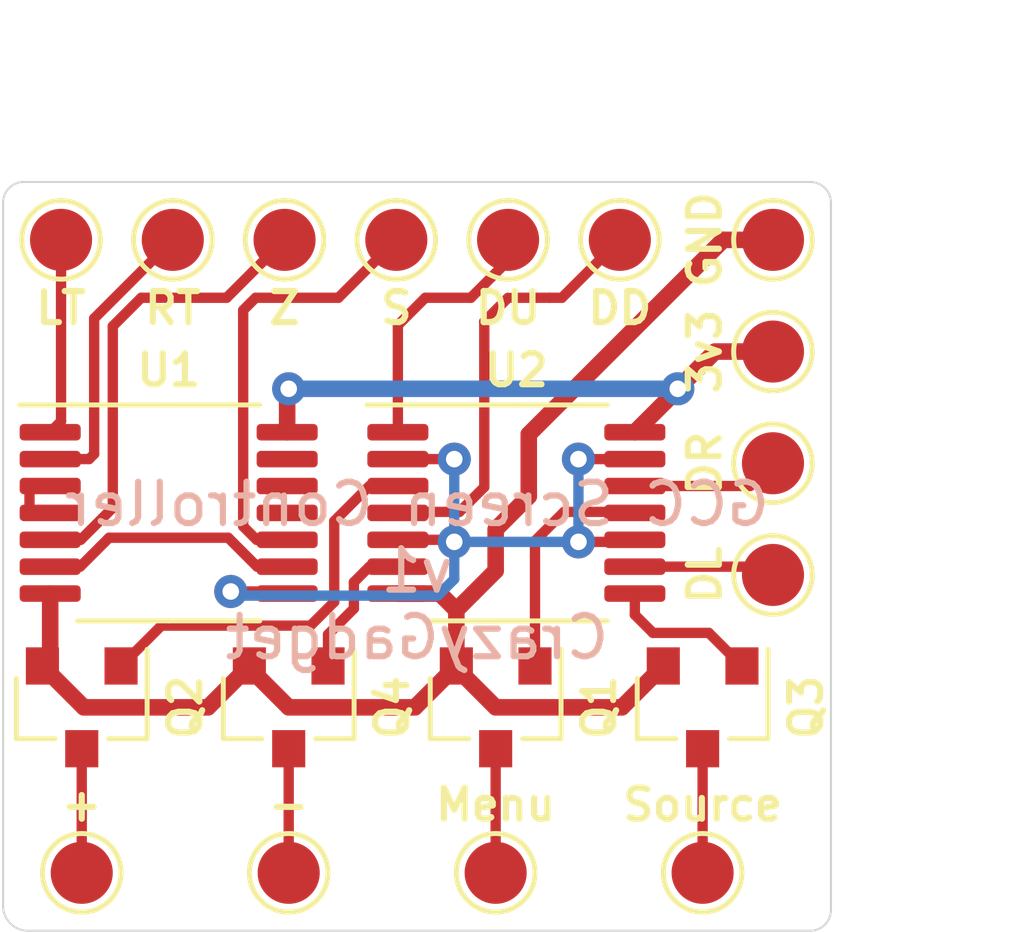
<source format=kicad_pcb>
(kicad_pcb (version 20171130) (host pcbnew "(5.1.6)-1")

  (general
    (thickness 1.6)
    (drawings 11)
    (tracks 119)
    (zones 0)
    (modules 20)
    (nets 25)
  )

  (page A4)
  (layers
    (0 F.Cu signal)
    (31 B.Cu signal)
    (32 B.Adhes user)
    (33 F.Adhes user)
    (34 B.Paste user)
    (35 F.Paste user)
    (36 B.SilkS user)
    (37 F.SilkS user)
    (38 B.Mask user)
    (39 F.Mask user)
    (40 Dwgs.User user)
    (41 Cmts.User user)
    (42 Eco1.User user)
    (43 Eco2.User user)
    (44 Edge.Cuts user)
    (45 Margin user)
    (46 B.CrtYd user)
    (47 F.CrtYd user)
    (48 B.Fab user)
    (49 F.Fab user hide)
  )

  (setup
    (last_trace_width 0.25)
    (trace_clearance 0.2)
    (zone_clearance 0.508)
    (zone_45_only no)
    (trace_min 0)
    (via_size 0.8)
    (via_drill 0.4)
    (via_min_size 0.4)
    (via_min_drill 0.3)
    (uvia_size 0.3)
    (uvia_drill 0.1)
    (uvias_allowed no)
    (uvia_min_size 0.2)
    (uvia_min_drill 0.1)
    (edge_width 0.05)
    (segment_width 0.2)
    (pcb_text_width 0.3)
    (pcb_text_size 1.5 1.5)
    (mod_edge_width 0.12)
    (mod_text_size 1 1)
    (mod_text_width 0.15)
    (pad_size 1.524 1.524)
    (pad_drill 0.762)
    (pad_to_mask_clearance 0.05)
    (aux_axis_origin 0 0)
    (visible_elements 7FFFFFFF)
    (pcbplotparams
      (layerselection 0x010f8_ffffffff)
      (usegerberextensions false)
      (usegerberattributes true)
      (usegerberadvancedattributes true)
      (creategerberjobfile true)
      (excludeedgelayer true)
      (linewidth 0.100000)
      (plotframeref false)
      (viasonmask false)
      (mode 1)
      (useauxorigin false)
      (hpglpennumber 1)
      (hpglpenspeed 20)
      (hpglpendiameter 15.000000)
      (psnegative false)
      (psa4output false)
      (plotreference true)
      (plotvalue true)
      (plotinvisibletext false)
      (padsonsilk false)
      (subtractmaskfromsilk false)
      (outputformat 1)
      (mirror false)
      (drillshape 0)
      (scaleselection 1)
      (outputdirectory "C:/Users/Connor/Documents/KiCAD Projects/Gboy Screen Controller v1/Gerbers/"))
  )

  (net 0 "")
  (net 1 "Net-(Q1-Pad3)")
  (net 2 GND)
  (net 3 /MenuN)
  (net 4 "Net-(Q2-Pad3)")
  (net 5 /+N)
  (net 6 "Net-(Q3-Pad3)")
  (net 7 /SourceN)
  (net 8 "Net-(Q4-Pad3)")
  (net 9 /-N)
  (net 10 /LT)
  (net 11 /RT)
  (net 12 +3V3)
  (net 13 /Z)
  (net 14 /S)
  (net 15 /DU)
  (net 16 /DR)
  (net 17 /DL)
  (net 18 "Net-(U1-Pad13)")
  (net 19 "Net-(U1-Pad12)")
  (net 20 "Net-(U1-Pad11)")
  (net 21 /3A)
  (net 22 /OR_OUT)
  (net 23 /2A)
  (net 24 /DD)

  (net_class Default "This is the default net class."
    (clearance 0.2)
    (trace_width 0.25)
    (via_dia 0.8)
    (via_drill 0.4)
    (uvia_dia 0.3)
    (uvia_drill 0.1)
    (add_net +3V3)
    (add_net /+N)
    (add_net /-N)
    (add_net /2A)
    (add_net /3A)
    (add_net /DD)
    (add_net /DL)
    (add_net /DR)
    (add_net /DU)
    (add_net /LT)
    (add_net /MenuN)
    (add_net /OR_OUT)
    (add_net /RT)
    (add_net /S)
    (add_net /SourceN)
    (add_net /Z)
    (add_net GND)
    (add_net "Net-(Q1-Pad3)")
    (add_net "Net-(Q2-Pad3)")
    (add_net "Net-(Q3-Pad3)")
    (add_net "Net-(Q4-Pad3)")
    (add_net "Net-(U1-Pad11)")
    (add_net "Net-(U1-Pad12)")
    (add_net "Net-(U1-Pad13)")
  )

  (module Package_SO:TSSOP-14_4.4x5mm_P0.65mm (layer F.Cu) (tedit 5E476F32) (tstamp 618CA56B)
    (at 80.8 60.8)
    (descr "TSSOP, 14 Pin (JEDEC MO-153 Var AB-1 https://www.jedec.org/document_search?search_api_views_fulltext=MO-153), generated with kicad-footprint-generator ipc_gullwing_generator.py")
    (tags "TSSOP SO")
    (path /618D3FE1)
    (attr smd)
    (fp_text reference U2 (at 0 -3.45) (layer F.SilkS)
      (effects (font (size 0.75 0.75) (thickness 0.15)))
    )
    (fp_text value SN74HCS7002PWR (at 0 3.45) (layer F.Fab)
      (effects (font (size 1 1) (thickness 0.15)))
    )
    (fp_line (start 3.85 -2.75) (end -3.85 -2.75) (layer F.CrtYd) (width 0.05))
    (fp_line (start 3.85 2.75) (end 3.85 -2.75) (layer F.CrtYd) (width 0.05))
    (fp_line (start -3.85 2.75) (end 3.85 2.75) (layer F.CrtYd) (width 0.05))
    (fp_line (start -3.85 -2.75) (end -3.85 2.75) (layer F.CrtYd) (width 0.05))
    (fp_line (start -2.2 -1.5) (end -1.2 -2.5) (layer F.Fab) (width 0.1))
    (fp_line (start -2.2 2.5) (end -2.2 -1.5) (layer F.Fab) (width 0.1))
    (fp_line (start 2.2 2.5) (end -2.2 2.5) (layer F.Fab) (width 0.1))
    (fp_line (start 2.2 -2.5) (end 2.2 2.5) (layer F.Fab) (width 0.1))
    (fp_line (start -1.2 -2.5) (end 2.2 -2.5) (layer F.Fab) (width 0.1))
    (fp_line (start 0 -2.61) (end -3.6 -2.61) (layer F.SilkS) (width 0.12))
    (fp_line (start 0 -2.61) (end 2.2 -2.61) (layer F.SilkS) (width 0.12))
    (fp_line (start 0 2.61) (end -2.2 2.61) (layer F.SilkS) (width 0.12))
    (fp_line (start 0 2.61) (end 2.2 2.61) (layer F.SilkS) (width 0.12))
    (fp_text user %R (at 0 0) (layer F.Fab)
      (effects (font (size 1 1) (thickness 0.15)))
    )
    (pad 1 smd roundrect (at -2.8625 -1.95) (size 1.475 0.4) (layers F.Cu F.Paste F.Mask) (roundrect_rratio 0.25)
      (net 15 /DU))
    (pad 2 smd roundrect (at -2.8625 -1.3) (size 1.475 0.4) (layers F.Cu F.Paste F.Mask) (roundrect_rratio 0.25)
      (net 22 /OR_OUT))
    (pad 3 smd roundrect (at -2.8625 -0.65) (size 1.475 0.4) (layers F.Cu F.Paste F.Mask) (roundrect_rratio 0.25)
      (net 5 /+N))
    (pad 4 smd roundrect (at -2.8625 0) (size 1.475 0.4) (layers F.Cu F.Paste F.Mask) (roundrect_rratio 0.25)
      (net 24 /DD))
    (pad 5 smd roundrect (at -2.8625 0.65) (size 1.475 0.4) (layers F.Cu F.Paste F.Mask) (roundrect_rratio 0.25)
      (net 22 /OR_OUT))
    (pad 6 smd roundrect (at -2.8625 1.3) (size 1.475 0.4) (layers F.Cu F.Paste F.Mask) (roundrect_rratio 0.25)
      (net 9 /-N))
    (pad 7 smd roundrect (at -2.8625 1.95) (size 1.475 0.4) (layers F.Cu F.Paste F.Mask) (roundrect_rratio 0.25)
      (net 2 GND))
    (pad 8 smd roundrect (at 2.8625 1.95) (size 1.475 0.4) (layers F.Cu F.Paste F.Mask) (roundrect_rratio 0.25)
      (net 7 /SourceN))
    (pad 9 smd roundrect (at 2.8625 1.3) (size 1.475 0.4) (layers F.Cu F.Paste F.Mask) (roundrect_rratio 0.25)
      (net 17 /DL))
    (pad 10 smd roundrect (at 2.8625 0.65) (size 1.475 0.4) (layers F.Cu F.Paste F.Mask) (roundrect_rratio 0.25)
      (net 22 /OR_OUT))
    (pad 11 smd roundrect (at 2.8625 0) (size 1.475 0.4) (layers F.Cu F.Paste F.Mask) (roundrect_rratio 0.25)
      (net 3 /MenuN))
    (pad 12 smd roundrect (at 2.8625 -0.65) (size 1.475 0.4) (layers F.Cu F.Paste F.Mask) (roundrect_rratio 0.25)
      (net 16 /DR))
    (pad 13 smd roundrect (at 2.8625 -1.3) (size 1.475 0.4) (layers F.Cu F.Paste F.Mask) (roundrect_rratio 0.25)
      (net 22 /OR_OUT))
    (pad 14 smd roundrect (at 2.8625 -1.95) (size 1.475 0.4) (layers F.Cu F.Paste F.Mask) (roundrect_rratio 0.25)
      (net 12 +3V3))
    (model ${KISYS3DMOD}/Package_SO.3dshapes/TSSOP-14_4.4x5mm_P0.65mm.wrl
      (at (xyz 0 0 0))
      (scale (xyz 1 1 1))
      (rotate (xyz 0 0 0))
    )
  )

  (module Package_SO:TSSOP-14_4.4x5mm_P0.65mm (layer F.Cu) (tedit 5E476F32) (tstamp 618C965B)
    (at 72.4 60.8)
    (descr "TSSOP, 14 Pin (JEDEC MO-153 Var AB-1 https://www.jedec.org/document_search?search_api_views_fulltext=MO-153), generated with kicad-footprint-generator ipc_gullwing_generator.py")
    (tags "TSSOP SO")
    (path /618D2361)
    (attr smd)
    (fp_text reference U1 (at 0 -3.45) (layer F.SilkS)
      (effects (font (size 0.75 0.75) (thickness 0.15)))
    )
    (fp_text value SN74HCS32PWR (at 0 3.45) (layer F.Fab)
      (effects (font (size 1 1) (thickness 0.15)))
    )
    (fp_line (start 0 2.61) (end 2.2 2.61) (layer F.SilkS) (width 0.12))
    (fp_line (start 0 2.61) (end -2.2 2.61) (layer F.SilkS) (width 0.12))
    (fp_line (start 0 -2.61) (end 2.2 -2.61) (layer F.SilkS) (width 0.12))
    (fp_line (start 0 -2.61) (end -3.6 -2.61) (layer F.SilkS) (width 0.12))
    (fp_line (start -1.2 -2.5) (end 2.2 -2.5) (layer F.Fab) (width 0.1))
    (fp_line (start 2.2 -2.5) (end 2.2 2.5) (layer F.Fab) (width 0.1))
    (fp_line (start 2.2 2.5) (end -2.2 2.5) (layer F.Fab) (width 0.1))
    (fp_line (start -2.2 2.5) (end -2.2 -1.5) (layer F.Fab) (width 0.1))
    (fp_line (start -2.2 -1.5) (end -1.2 -2.5) (layer F.Fab) (width 0.1))
    (fp_line (start -3.85 -2.75) (end -3.85 2.75) (layer F.CrtYd) (width 0.05))
    (fp_line (start -3.85 2.75) (end 3.85 2.75) (layer F.CrtYd) (width 0.05))
    (fp_line (start 3.85 2.75) (end 3.85 -2.75) (layer F.CrtYd) (width 0.05))
    (fp_line (start 3.85 -2.75) (end -3.85 -2.75) (layer F.CrtYd) (width 0.05))
    (fp_text user %R (at 0 0) (layer F.Fab)
      (effects (font (size 1 1) (thickness 0.15)))
    )
    (pad 14 smd roundrect (at 2.8625 -1.95) (size 1.475 0.4) (layers F.Cu F.Paste F.Mask) (roundrect_rratio 0.25)
      (net 12 +3V3))
    (pad 13 smd roundrect (at 2.8625 -1.3) (size 1.475 0.4) (layers F.Cu F.Paste F.Mask) (roundrect_rratio 0.25)
      (net 18 "Net-(U1-Pad13)"))
    (pad 12 smd roundrect (at 2.8625 -0.65) (size 1.475 0.4) (layers F.Cu F.Paste F.Mask) (roundrect_rratio 0.25)
      (net 19 "Net-(U1-Pad12)"))
    (pad 11 smd roundrect (at 2.8625 0) (size 1.475 0.4) (layers F.Cu F.Paste F.Mask) (roundrect_rratio 0.25)
      (net 20 "Net-(U1-Pad11)"))
    (pad 10 smd roundrect (at 2.8625 0.65) (size 1.475 0.4) (layers F.Cu F.Paste F.Mask) (roundrect_rratio 0.25)
      (net 14 /S))
    (pad 9 smd roundrect (at 2.8625 1.3) (size 1.475 0.4) (layers F.Cu F.Paste F.Mask) (roundrect_rratio 0.25)
      (net 21 /3A))
    (pad 8 smd roundrect (at 2.8625 1.95) (size 1.475 0.4) (layers F.Cu F.Paste F.Mask) (roundrect_rratio 0.25)
      (net 22 /OR_OUT))
    (pad 7 smd roundrect (at -2.8625 1.95) (size 1.475 0.4) (layers F.Cu F.Paste F.Mask) (roundrect_rratio 0.25)
      (net 2 GND))
    (pad 6 smd roundrect (at -2.8625 1.3) (size 1.475 0.4) (layers F.Cu F.Paste F.Mask) (roundrect_rratio 0.25)
      (net 21 /3A))
    (pad 5 smd roundrect (at -2.8625 0.65) (size 1.475 0.4) (layers F.Cu F.Paste F.Mask) (roundrect_rratio 0.25)
      (net 13 /Z))
    (pad 4 smd roundrect (at -2.8625 0) (size 1.475 0.4) (layers F.Cu F.Paste F.Mask) (roundrect_rratio 0.25)
      (net 23 /2A))
    (pad 3 smd roundrect (at -2.8625 -0.65) (size 1.475 0.4) (layers F.Cu F.Paste F.Mask) (roundrect_rratio 0.25)
      (net 23 /2A))
    (pad 2 smd roundrect (at -2.8625 -1.3) (size 1.475 0.4) (layers F.Cu F.Paste F.Mask) (roundrect_rratio 0.25)
      (net 11 /RT))
    (pad 1 smd roundrect (at -2.8625 -1.95) (size 1.475 0.4) (layers F.Cu F.Paste F.Mask) (roundrect_rratio 0.25)
      (net 10 /LT))
    (model ${KISYS3DMOD}/Package_SO.3dshapes/TSSOP-14_4.4x5mm_P0.65mm.wrl
      (at (xyz 0 0 0))
      (scale (xyz 1 1 1))
      (rotate (xyz 0 0 0))
    )
  )

  (module TestPoint:TestPoint_Pad_D1.5mm (layer F.Cu) (tedit 5A0F774F) (tstamp 618D7AB6)
    (at 75.3 69.5)
    (descr "SMD pad as test Point, diameter 1.5mm")
    (tags "test point SMD pad")
    (path /618EF0AA)
    (attr virtual)
    (fp_text reference - (at 0 -1.648) (layer F.SilkS)
      (effects (font (size 0.75 0.75) (thickness 0.15)))
    )
    (fp_text value - (at 0 1.75) (layer F.Fab)
      (effects (font (size 1 1) (thickness 0.15)))
    )
    (fp_circle (center 0 0) (end 1.25 0) (layer F.CrtYd) (width 0.05))
    (fp_circle (center 0 0) (end 0 0.95) (layer F.SilkS) (width 0.12))
    (fp_text user %R (at 0 -1.65) (layer F.Fab)
      (effects (font (size 1 1) (thickness 0.15)))
    )
    (pad 1 smd circle (at 0 0) (size 1.5 1.5) (layers F.Cu F.Mask)
      (net 8 "Net-(Q4-Pad3)"))
  )

  (module TestPoint:TestPoint_Pad_D1.5mm (layer F.Cu) (tedit 5A0F774F) (tstamp 618C9633)
    (at 85.3 69.5)
    (descr "SMD pad as test Point, diameter 1.5mm")
    (tags "test point SMD pad")
    (path /618EC97B)
    (attr virtual)
    (fp_text reference Source (at 0 -1.648) (layer F.SilkS)
      (effects (font (size 0.75 0.75) (thickness 0.15)))
    )
    (fp_text value Source (at 0 1.75) (layer F.Fab)
      (effects (font (size 1 1) (thickness 0.15)))
    )
    (fp_circle (center 0 0) (end 1.25 0) (layer F.CrtYd) (width 0.05))
    (fp_circle (center 0 0) (end 0 0.95) (layer F.SilkS) (width 0.12))
    (fp_text user %R (at 0 -1.65) (layer F.Fab)
      (effects (font (size 1 1) (thickness 0.15)))
    )
    (pad 1 smd circle (at 0 0) (size 1.5 1.5) (layers F.Cu F.Mask)
      (net 6 "Net-(Q3-Pad3)"))
  )

  (module TestPoint:TestPoint_Pad_D1.5mm (layer F.Cu) (tedit 5A0F774F) (tstamp 618C962B)
    (at 87 59.6 90)
    (descr "SMD pad as test Point, diameter 1.5mm")
    (tags "test point SMD pad")
    (path /618DE903)
    (attr virtual)
    (fp_text reference DR (at 0 -1.648 90) (layer F.SilkS)
      (effects (font (size 0.75 0.75) (thickness 0.15)))
    )
    (fp_text value DR (at 0 1.75 90) (layer F.Fab)
      (effects (font (size 1 1) (thickness 0.15)))
    )
    (fp_circle (center 0 0) (end 1.25 0) (layer F.CrtYd) (width 0.05))
    (fp_circle (center 0 0) (end 0 0.95) (layer F.SilkS) (width 0.12))
    (fp_text user %R (at 0 -1.65 90) (layer F.Fab)
      (effects (font (size 1 1) (thickness 0.15)))
    )
    (pad 1 smd circle (at 0 0 90) (size 1.5 1.5) (layers F.Cu F.Mask)
      (net 16 /DR))
  )

  (module TestPoint:TestPoint_Pad_D1.5mm (layer F.Cu) (tedit 5A0F774F) (tstamp 618D7AA1)
    (at 70.3 69.5)
    (descr "SMD pad as test Point, diameter 1.5mm")
    (tags "test point SMD pad")
    (path /618EDBE8)
    (attr virtual)
    (fp_text reference + (at 0 -1.648) (layer F.SilkS)
      (effects (font (size 0.75 0.75) (thickness 0.15)))
    )
    (fp_text value + (at 0 1.75) (layer F.Fab)
      (effects (font (size 1 1) (thickness 0.15)))
    )
    (fp_circle (center 0 0) (end 1.25 0) (layer F.CrtYd) (width 0.05))
    (fp_circle (center 0 0) (end 0 0.95) (layer F.SilkS) (width 0.12))
    (fp_text user %R (at 0 -1.65) (layer F.Fab)
      (effects (font (size 1 1) (thickness 0.15)))
    )
    (pad 1 smd circle (at 0 0) (size 1.5 1.5) (layers F.Cu F.Mask)
      (net 4 "Net-(Q2-Pad3)"))
  )

  (module TestPoint:TestPoint_Pad_D1.5mm (layer F.Cu) (tedit 5A0F774F) (tstamp 618C961B)
    (at 80.3 69.5)
    (descr "SMD pad as test Point, diameter 1.5mm")
    (tags "test point SMD pad")
    (path /618DDDB3)
    (attr virtual)
    (fp_text reference Menu (at 0 -1.648) (layer F.SilkS)
      (effects (font (size 0.75 0.75) (thickness 0.15)))
    )
    (fp_text value Menu (at 0 1.75) (layer F.Fab)
      (effects (font (size 1 1) (thickness 0.15)))
    )
    (fp_circle (center 0 0) (end 1.25 0) (layer F.CrtYd) (width 0.05))
    (fp_circle (center 0 0) (end 0 0.95) (layer F.SilkS) (width 0.12))
    (fp_text user %R (at 0 -1.65) (layer F.Fab)
      (effects (font (size 1 1) (thickness 0.15)))
    )
    (pad 1 smd circle (at 0 0) (size 1.5 1.5) (layers F.Cu F.Mask)
      (net 1 "Net-(Q1-Pad3)"))
  )

  (module TestPoint:TestPoint_Pad_D1.5mm (layer F.Cu) (tedit 5A0F774F) (tstamp 618C9613)
    (at 87 62.3 90)
    (descr "SMD pad as test Point, diameter 1.5mm")
    (tags "test point SMD pad")
    (path /618DCEAE)
    (attr virtual)
    (fp_text reference DL (at 0 -1.648 90) (layer F.SilkS)
      (effects (font (size 0.75 0.75) (thickness 0.15)))
    )
    (fp_text value DL (at 0 1.75 90) (layer F.Fab)
      (effects (font (size 1 1) (thickness 0.15)))
    )
    (fp_circle (center 0 0) (end 1.25 0) (layer F.CrtYd) (width 0.05))
    (fp_circle (center 0 0) (end 0 0.95) (layer F.SilkS) (width 0.12))
    (fp_text user %R (at 0 -1.65 90) (layer F.Fab)
      (effects (font (size 1 1) (thickness 0.15)))
    )
    (pad 1 smd circle (at 0 0 90) (size 1.5 1.5) (layers F.Cu F.Mask)
      (net 17 /DL))
  )

  (module TestPoint:TestPoint_Pad_D1.5mm (layer F.Cu) (tedit 5A0F774F) (tstamp 618D7A8C)
    (at 83.3 54.2 180)
    (descr "SMD pad as test Point, diameter 1.5mm")
    (tags "test point SMD pad")
    (path /618DCC4F)
    (attr virtual)
    (fp_text reference DD (at 0 -1.648) (layer F.SilkS)
      (effects (font (size 0.75 0.75) (thickness 0.15)))
    )
    (fp_text value DD (at 0 1.75) (layer F.Fab)
      (effects (font (size 1 1) (thickness 0.15)))
    )
    (fp_circle (center 0 0) (end 1.25 0) (layer F.CrtYd) (width 0.05))
    (fp_circle (center 0 0) (end 0 0.95) (layer F.SilkS) (width 0.12))
    (fp_text user %R (at 0 -1.65) (layer F.Fab)
      (effects (font (size 1 1) (thickness 0.15)))
    )
    (pad 1 smd circle (at 0 0 180) (size 1.5 1.5) (layers F.Cu F.Mask)
      (net 24 /DD))
  )

  (module TestPoint:TestPoint_Pad_D1.5mm (layer F.Cu) (tedit 5A0F774F) (tstamp 618D7A77)
    (at 80.6 54.2 180)
    (descr "SMD pad as test Point, diameter 1.5mm")
    (tags "test point SMD pad")
    (path /618DC8B4)
    (attr virtual)
    (fp_text reference DU (at 0 -1.648) (layer F.SilkS)
      (effects (font (size 0.75 0.75) (thickness 0.15)))
    )
    (fp_text value DU (at 0 1.75) (layer F.Fab)
      (effects (font (size 1 1) (thickness 0.15)))
    )
    (fp_circle (center 0 0) (end 1.25 0) (layer F.CrtYd) (width 0.05))
    (fp_circle (center 0 0) (end 0 0.95) (layer F.SilkS) (width 0.12))
    (fp_text user %R (at 0 -1.65) (layer F.Fab)
      (effects (font (size 1 1) (thickness 0.15)))
    )
    (pad 1 smd circle (at 0 0 180) (size 1.5 1.5) (layers F.Cu F.Mask)
      (net 15 /DU))
  )

  (module TestPoint:TestPoint_Pad_D1.5mm (layer F.Cu) (tedit 5A0F774F) (tstamp 618C95FB)
    (at 77.9 54.2 180)
    (descr "SMD pad as test Point, diameter 1.5mm")
    (tags "test point SMD pad")
    (path /618DC55E)
    (attr virtual)
    (fp_text reference S (at 0 -1.648) (layer F.SilkS)
      (effects (font (size 0.75 0.75) (thickness 0.15)))
    )
    (fp_text value S (at 0 1.75) (layer F.Fab)
      (effects (font (size 1 1) (thickness 0.15)))
    )
    (fp_circle (center 0 0) (end 1.25 0) (layer F.CrtYd) (width 0.05))
    (fp_circle (center 0 0) (end 0 0.95) (layer F.SilkS) (width 0.12))
    (fp_text user %R (at 0 -1.65) (layer F.Fab)
      (effects (font (size 1 1) (thickness 0.15)))
    )
    (pad 1 smd circle (at 0 0 180) (size 1.5 1.5) (layers F.Cu F.Mask)
      (net 14 /S))
  )

  (module TestPoint:TestPoint_Pad_D1.5mm (layer F.Cu) (tedit 5A0F774F) (tstamp 618D93CF)
    (at 87 54.2 90)
    (descr "SMD pad as test Point, diameter 1.5mm")
    (tags "test point SMD pad")
    (path /618E8E70)
    (attr virtual)
    (fp_text reference GND (at 0 -1.648 90) (layer F.SilkS)
      (effects (font (size 0.75 0.75) (thickness 0.15)))
    )
    (fp_text value GND (at 0 1.75 90) (layer F.Fab)
      (effects (font (size 1 1) (thickness 0.15)))
    )
    (fp_circle (center 0 0) (end 1.25 0) (layer F.CrtYd) (width 0.05))
    (fp_circle (center 0 0) (end 0 0.95) (layer F.SilkS) (width 0.12))
    (fp_text user %R (at 0 -1.65 90) (layer F.Fab)
      (effects (font (size 1 1) (thickness 0.15)))
    )
    (pad 1 smd circle (at 0 0 90) (size 1.5 1.5) (layers F.Cu F.Mask)
      (net 2 GND))
  )

  (module TestPoint:TestPoint_Pad_D1.5mm (layer F.Cu) (tedit 5A0F774F) (tstamp 618D7634)
    (at 75.2 54.2 180)
    (descr "SMD pad as test Point, diameter 1.5mm")
    (tags "test point SMD pad")
    (path /618DC29F)
    (attr virtual)
    (fp_text reference Z (at 0 -1.648) (layer F.SilkS)
      (effects (font (size 0.75 0.75) (thickness 0.15)))
    )
    (fp_text value Z (at 0 1.75) (layer F.Fab)
      (effects (font (size 1 1) (thickness 0.15)))
    )
    (fp_circle (center 0 0) (end 1.25 0) (layer F.CrtYd) (width 0.05))
    (fp_circle (center 0 0) (end 0 0.95) (layer F.SilkS) (width 0.12))
    (fp_text user %R (at 0 -1.65) (layer F.Fab)
      (effects (font (size 1 1) (thickness 0.15)))
    )
    (pad 1 smd circle (at 0 0 180) (size 1.5 1.5) (layers F.Cu F.Mask)
      (net 13 /Z))
  )

  (module TestPoint:TestPoint_Pad_D1.5mm (layer F.Cu) (tedit 5A0F774F) (tstamp 618C95E3)
    (at 87 56.9 90)
    (descr "SMD pad as test Point, diameter 1.5mm")
    (tags "test point SMD pad")
    (path /618E8398)
    (attr virtual)
    (fp_text reference 3v3 (at 0 -1.648 90) (layer F.SilkS)
      (effects (font (size 0.75 0.75) (thickness 0.15)))
    )
    (fp_text value 3v3 (at 0 1.75 90) (layer F.Fab)
      (effects (font (size 1 1) (thickness 0.15)))
    )
    (fp_circle (center 0 0) (end 1.25 0) (layer F.CrtYd) (width 0.05))
    (fp_circle (center 0 0) (end 0 0.95) (layer F.SilkS) (width 0.12))
    (fp_text user %R (at 0 -1.65 90) (layer F.Fab)
      (effects (font (size 1 1) (thickness 0.15)))
    )
    (pad 1 smd circle (at 0 0 90) (size 1.5 1.5) (layers F.Cu F.Mask)
      (net 12 +3V3))
  )

  (module TestPoint:TestPoint_Pad_D1.5mm (layer F.Cu) (tedit 5A0F774F) (tstamp 618C95DB)
    (at 72.5 54.2 180)
    (descr "SMD pad as test Point, diameter 1.5mm")
    (tags "test point SMD pad")
    (path /618DBFED)
    (attr virtual)
    (fp_text reference RT (at 0 -1.648) (layer F.SilkS)
      (effects (font (size 0.75 0.75) (thickness 0.15)))
    )
    (fp_text value RT (at 0 1.75) (layer F.Fab)
      (effects (font (size 1 1) (thickness 0.15)))
    )
    (fp_circle (center 0 0) (end 1.25 0) (layer F.CrtYd) (width 0.05))
    (fp_circle (center 0 0) (end 0 0.95) (layer F.SilkS) (width 0.12))
    (fp_text user %R (at 0 -1.65) (layer F.Fab)
      (effects (font (size 1 1) (thickness 0.15)))
    )
    (pad 1 smd circle (at 0 0 180) (size 1.5 1.5) (layers F.Cu F.Mask)
      (net 11 /RT))
  )

  (module TestPoint:TestPoint_Pad_D1.5mm (layer F.Cu) (tedit 5A0F774F) (tstamp 618C95D3)
    (at 69.8 54.2 180)
    (descr "SMD pad as test Point, diameter 1.5mm")
    (tags "test point SMD pad")
    (path /618DB9C9)
    (attr virtual)
    (fp_text reference LT (at 0 -1.648) (layer F.SilkS)
      (effects (font (size 0.75 0.75) (thickness 0.15)))
    )
    (fp_text value LT (at 0 1.75) (layer F.Fab)
      (effects (font (size 1 1) (thickness 0.15)))
    )
    (fp_circle (center 0 0) (end 1.25 0) (layer F.CrtYd) (width 0.05))
    (fp_circle (center 0 0) (end 0 0.95) (layer F.SilkS) (width 0.12))
    (fp_text user %R (at 0 -1.65) (layer F.Fab)
      (effects (font (size 1 1) (thickness 0.15)))
    )
    (pad 1 smd circle (at 0 0 180) (size 1.5 1.5) (layers F.Cu F.Mask)
      (net 10 /LT))
  )

  (module Package_TO_SOT_SMD:SOT-23 (layer F.Cu) (tedit 5A02FF57) (tstamp 618C95CB)
    (at 75.3 65.5 270)
    (descr "SOT-23, Standard")
    (tags SOT-23)
    (path /618EF0B0)
    (attr smd)
    (fp_text reference Q4 (at 0 -2.5 90) (layer F.SilkS)
      (effects (font (size 0.75 0.75) (thickness 0.15)))
    )
    (fp_text value NX138AKR (at 0 2.5 90) (layer F.Fab)
      (effects (font (size 1 1) (thickness 0.15)))
    )
    (fp_line (start -0.7 -0.95) (end -0.7 1.5) (layer F.Fab) (width 0.1))
    (fp_line (start -0.15 -1.52) (end 0.7 -1.52) (layer F.Fab) (width 0.1))
    (fp_line (start -0.7 -0.95) (end -0.15 -1.52) (layer F.Fab) (width 0.1))
    (fp_line (start 0.7 -1.52) (end 0.7 1.52) (layer F.Fab) (width 0.1))
    (fp_line (start -0.7 1.52) (end 0.7 1.52) (layer F.Fab) (width 0.1))
    (fp_line (start 0.76 1.58) (end 0.76 0.65) (layer F.SilkS) (width 0.12))
    (fp_line (start 0.76 -1.58) (end 0.76 -0.65) (layer F.SilkS) (width 0.12))
    (fp_line (start -1.7 -1.75) (end 1.7 -1.75) (layer F.CrtYd) (width 0.05))
    (fp_line (start 1.7 -1.75) (end 1.7 1.75) (layer F.CrtYd) (width 0.05))
    (fp_line (start 1.7 1.75) (end -1.7 1.75) (layer F.CrtYd) (width 0.05))
    (fp_line (start -1.7 1.75) (end -1.7 -1.75) (layer F.CrtYd) (width 0.05))
    (fp_line (start 0.76 -1.58) (end -1.4 -1.58) (layer F.SilkS) (width 0.12))
    (fp_line (start 0.76 1.58) (end -0.7 1.58) (layer F.SilkS) (width 0.12))
    (fp_text user %R (at 0 0) (layer F.Fab)
      (effects (font (size 0.5 0.5) (thickness 0.075)))
    )
    (pad 3 smd rect (at 1 0 270) (size 0.9 0.8) (layers F.Cu F.Paste F.Mask)
      (net 8 "Net-(Q4-Pad3)"))
    (pad 2 smd rect (at -1 0.95 270) (size 0.9 0.8) (layers F.Cu F.Paste F.Mask)
      (net 2 GND))
    (pad 1 smd rect (at -1 -0.95 270) (size 0.9 0.8) (layers F.Cu F.Paste F.Mask)
      (net 9 /-N))
    (model ${KISYS3DMOD}/Package_TO_SOT_SMD.3dshapes/SOT-23.wrl
      (at (xyz 0 0 0))
      (scale (xyz 1 1 1))
      (rotate (xyz 0 0 0))
    )
  )

  (module Package_TO_SOT_SMD:SOT-23 (layer F.Cu) (tedit 5A02FF57) (tstamp 618C95B6)
    (at 85.3 65.5 270)
    (descr "SOT-23, Standard")
    (tags SOT-23)
    (path /618EC981)
    (attr smd)
    (fp_text reference Q3 (at 0 -2.5 90) (layer F.SilkS)
      (effects (font (size 0.75 0.75) (thickness 0.15)))
    )
    (fp_text value NX138AKR (at 0 2.5 90) (layer F.Fab)
      (effects (font (size 1 1) (thickness 0.15)))
    )
    (fp_line (start -0.7 -0.95) (end -0.7 1.5) (layer F.Fab) (width 0.1))
    (fp_line (start -0.15 -1.52) (end 0.7 -1.52) (layer F.Fab) (width 0.1))
    (fp_line (start -0.7 -0.95) (end -0.15 -1.52) (layer F.Fab) (width 0.1))
    (fp_line (start 0.7 -1.52) (end 0.7 1.52) (layer F.Fab) (width 0.1))
    (fp_line (start -0.7 1.52) (end 0.7 1.52) (layer F.Fab) (width 0.1))
    (fp_line (start 0.76 1.58) (end 0.76 0.65) (layer F.SilkS) (width 0.12))
    (fp_line (start 0.76 -1.58) (end 0.76 -0.65) (layer F.SilkS) (width 0.12))
    (fp_line (start -1.7 -1.75) (end 1.7 -1.75) (layer F.CrtYd) (width 0.05))
    (fp_line (start 1.7 -1.75) (end 1.7 1.75) (layer F.CrtYd) (width 0.05))
    (fp_line (start 1.7 1.75) (end -1.7 1.75) (layer F.CrtYd) (width 0.05))
    (fp_line (start -1.7 1.75) (end -1.7 -1.75) (layer F.CrtYd) (width 0.05))
    (fp_line (start 0.76 -1.58) (end -1.4 -1.58) (layer F.SilkS) (width 0.12))
    (fp_line (start 0.76 1.58) (end -0.7 1.58) (layer F.SilkS) (width 0.12))
    (fp_text user %R (at 0 0) (layer F.Fab)
      (effects (font (size 0.5 0.5) (thickness 0.075)))
    )
    (pad 3 smd rect (at 1 0 270) (size 0.9 0.8) (layers F.Cu F.Paste F.Mask)
      (net 6 "Net-(Q3-Pad3)"))
    (pad 2 smd rect (at -1 0.95 270) (size 0.9 0.8) (layers F.Cu F.Paste F.Mask)
      (net 2 GND))
    (pad 1 smd rect (at -1 -0.95 270) (size 0.9 0.8) (layers F.Cu F.Paste F.Mask)
      (net 7 /SourceN))
    (model ${KISYS3DMOD}/Package_TO_SOT_SMD.3dshapes/SOT-23.wrl
      (at (xyz 0 0 0))
      (scale (xyz 1 1 1))
      (rotate (xyz 0 0 0))
    )
  )

  (module Package_TO_SOT_SMD:SOT-23 (layer F.Cu) (tedit 5A02FF57) (tstamp 618D7AD8)
    (at 70.3 65.5 270)
    (descr "SOT-23, Standard")
    (tags SOT-23)
    (path /618EDBEE)
    (attr smd)
    (fp_text reference Q2 (at 0 -2.5 90) (layer F.SilkS)
      (effects (font (size 0.75 0.75) (thickness 0.15)))
    )
    (fp_text value NX138AKR (at 0 2.5 90) (layer F.Fab)
      (effects (font (size 1 1) (thickness 0.15)))
    )
    (fp_line (start -0.7 -0.95) (end -0.7 1.5) (layer F.Fab) (width 0.1))
    (fp_line (start -0.15 -1.52) (end 0.7 -1.52) (layer F.Fab) (width 0.1))
    (fp_line (start -0.7 -0.95) (end -0.15 -1.52) (layer F.Fab) (width 0.1))
    (fp_line (start 0.7 -1.52) (end 0.7 1.52) (layer F.Fab) (width 0.1))
    (fp_line (start -0.7 1.52) (end 0.7 1.52) (layer F.Fab) (width 0.1))
    (fp_line (start 0.76 1.58) (end 0.76 0.65) (layer F.SilkS) (width 0.12))
    (fp_line (start 0.76 -1.58) (end 0.76 -0.65) (layer F.SilkS) (width 0.12))
    (fp_line (start -1.7 -1.75) (end 1.7 -1.75) (layer F.CrtYd) (width 0.05))
    (fp_line (start 1.7 -1.75) (end 1.7 1.75) (layer F.CrtYd) (width 0.05))
    (fp_line (start 1.7 1.75) (end -1.7 1.75) (layer F.CrtYd) (width 0.05))
    (fp_line (start -1.7 1.75) (end -1.7 -1.75) (layer F.CrtYd) (width 0.05))
    (fp_line (start 0.76 -1.58) (end -1.4 -1.58) (layer F.SilkS) (width 0.12))
    (fp_line (start 0.76 1.58) (end -0.7 1.58) (layer F.SilkS) (width 0.12))
    (fp_text user %R (at 0 0) (layer F.Fab)
      (effects (font (size 0.5 0.5) (thickness 0.075)))
    )
    (pad 3 smd rect (at 1 0 270) (size 0.9 0.8) (layers F.Cu F.Paste F.Mask)
      (net 4 "Net-(Q2-Pad3)"))
    (pad 2 smd rect (at -1 0.95 270) (size 0.9 0.8) (layers F.Cu F.Paste F.Mask)
      (net 2 GND))
    (pad 1 smd rect (at -1 -0.95 270) (size 0.9 0.8) (layers F.Cu F.Paste F.Mask)
      (net 5 /+N))
    (model ${KISYS3DMOD}/Package_TO_SOT_SMD.3dshapes/SOT-23.wrl
      (at (xyz 0 0 0))
      (scale (xyz 1 1 1))
      (rotate (xyz 0 0 0))
    )
  )

  (module Package_TO_SOT_SMD:SOT-23 (layer F.Cu) (tedit 5A02FF57) (tstamp 618CA29F)
    (at 80.3 65.5 270)
    (descr "SOT-23, Standard")
    (tags SOT-23)
    (path /618E9339)
    (attr smd)
    (fp_text reference Q1 (at 0 -2.5 90) (layer F.SilkS)
      (effects (font (size 0.75 0.75) (thickness 0.15)))
    )
    (fp_text value NX138AKR (at 0 2.5 90) (layer F.Fab)
      (effects (font (size 1 1) (thickness 0.15)))
    )
    (fp_line (start -0.7 -0.95) (end -0.7 1.5) (layer F.Fab) (width 0.1))
    (fp_line (start -0.15 -1.52) (end 0.7 -1.52) (layer F.Fab) (width 0.1))
    (fp_line (start -0.7 -0.95) (end -0.15 -1.52) (layer F.Fab) (width 0.1))
    (fp_line (start 0.7 -1.52) (end 0.7 1.52) (layer F.Fab) (width 0.1))
    (fp_line (start -0.7 1.52) (end 0.7 1.52) (layer F.Fab) (width 0.1))
    (fp_line (start 0.76 1.58) (end 0.76 0.65) (layer F.SilkS) (width 0.12))
    (fp_line (start 0.76 -1.58) (end 0.76 -0.65) (layer F.SilkS) (width 0.12))
    (fp_line (start -1.7 -1.75) (end 1.7 -1.75) (layer F.CrtYd) (width 0.05))
    (fp_line (start 1.7 -1.75) (end 1.7 1.75) (layer F.CrtYd) (width 0.05))
    (fp_line (start 1.7 1.75) (end -1.7 1.75) (layer F.CrtYd) (width 0.05))
    (fp_line (start -1.7 1.75) (end -1.7 -1.75) (layer F.CrtYd) (width 0.05))
    (fp_line (start 0.76 -1.58) (end -1.4 -1.58) (layer F.SilkS) (width 0.12))
    (fp_line (start 0.76 1.58) (end -0.7 1.58) (layer F.SilkS) (width 0.12))
    (fp_text user %R (at 0 0) (layer F.Fab)
      (effects (font (size 0.5 0.5) (thickness 0.075)))
    )
    (pad 3 smd rect (at 1 0 270) (size 0.9 0.8) (layers F.Cu F.Paste F.Mask)
      (net 1 "Net-(Q1-Pad3)"))
    (pad 2 smd rect (at -1 0.95 270) (size 0.9 0.8) (layers F.Cu F.Paste F.Mask)
      (net 2 GND))
    (pad 1 smd rect (at -1 -0.95 270) (size 0.9 0.8) (layers F.Cu F.Paste F.Mask)
      (net 3 /MenuN))
    (model ${KISYS3DMOD}/Package_TO_SOT_SMD.3dshapes/SOT-23.wrl
      (at (xyz 0 0 0))
      (scale (xyz 1 1 1))
      (rotate (xyz 0 0 0))
    )
  )

  (gr_text "GCC Screen Controller\nv1\nCrazyGadget" (at 78.4 62.2) (layer B.SilkS)
    (effects (font (size 1 1) (thickness 0.15)) (justify mirror))
  )
  (dimension 18.1 (width 0.15) (layer Dwgs.User)
    (gr_text "18.100 mm" (at 91.7 61.85 270) (layer Dwgs.User)
      (effects (font (size 1 1) (thickness 0.15)))
    )
    (feature1 (pts (xy 77.9 70.9) (xy 90.986421 70.9)))
    (feature2 (pts (xy 77.9 52.8) (xy 90.986421 52.8)))
    (crossbar (pts (xy 90.4 52.8) (xy 90.4 70.9)))
    (arrow1a (pts (xy 90.4 70.9) (xy 89.813579 69.773496)))
    (arrow1b (pts (xy 90.4 70.9) (xy 90.986421 69.773496)))
    (arrow2a (pts (xy 90.4 52.8) (xy 89.813579 53.926504)))
    (arrow2b (pts (xy 90.4 52.8) (xy 90.986421 53.926504)))
  )
  (dimension 20 (width 0.15) (layer Dwgs.User)
    (gr_text "20.000 mm" (at 78.4 49.1) (layer Dwgs.User)
      (effects (font (size 1 1) (thickness 0.15)))
    )
    (feature1 (pts (xy 88.4 57.3) (xy 88.4 49.813579)))
    (feature2 (pts (xy 68.4 57.3) (xy 68.4 49.813579)))
    (crossbar (pts (xy 68.4 50.4) (xy 88.4 50.4)))
    (arrow1a (pts (xy 88.4 50.4) (xy 87.273496 50.986421)))
    (arrow1b (pts (xy 88.4 50.4) (xy 87.273496 49.813579)))
    (arrow2a (pts (xy 68.4 50.4) (xy 69.526504 50.986421)))
    (arrow2b (pts (xy 68.4 50.4) (xy 69.526504 49.813579)))
  )
  (gr_arc (start 68.9 53.3) (end 68.9 52.8) (angle -90) (layer Edge.Cuts) (width 0.05))
  (gr_arc (start 87.9 53.3) (end 88.4 53.3) (angle -90) (layer Edge.Cuts) (width 0.05))
  (gr_arc (start 87.9 70.4) (end 87.9 70.9) (angle -90) (layer Edge.Cuts) (width 0.05))
  (gr_arc (start 69 70.3) (end 68.4 70.3) (angle -90) (layer Edge.Cuts) (width 0.05))
  (gr_line (start 69 70.9) (end 87.9 70.9) (layer Edge.Cuts) (width 0.05))
  (gr_line (start 68.4 53.3) (end 68.4 70.3) (layer Edge.Cuts) (width 0.05))
  (gr_line (start 87.9 52.8) (end 68.9 52.8) (layer Edge.Cuts) (width 0.05))
  (gr_line (start 88.4 70.4) (end 88.4 53.3) (layer Edge.Cuts) (width 0.05))

  (segment (start 80.3 69.5) (end 80.3 66.5) (width 0.25) (layer F.Cu) (net 1))
  (segment (start 69.5375 64.3125) (end 69.35 64.5) (width 0.4) (layer F.Cu) (net 2))
  (segment (start 69.5375 62.75) (end 69.5375 64.3125) (width 0.4) (layer F.Cu) (net 2))
  (segment (start 69.35 64.5) (end 69.35 64.55) (width 0.4) (layer F.Cu) (net 2))
  (segment (start 69.35 64.5) (end 70.35 65.5) (width 0.4) (layer F.Cu) (net 2))
  (segment (start 73.35 65.5) (end 74.35 64.5) (width 0.4) (layer F.Cu) (net 2))
  (segment (start 70.35 65.5) (end 73.35 65.5) (width 0.4) (layer F.Cu) (net 2))
  (segment (start 74.35 64.5) (end 74.35 64.55) (width 0.4) (layer F.Cu) (net 2))
  (segment (start 74.35 64.55) (end 75.3 65.5) (width 0.4) (layer F.Cu) (net 2))
  (segment (start 78.35 65.5) (end 79.35 64.5) (width 0.4) (layer F.Cu) (net 2))
  (segment (start 75.3 65.5) (end 78.35 65.5) (width 0.4) (layer F.Cu) (net 2))
  (segment (start 79.35 64.5) (end 79.35 64.55) (width 0.4) (layer F.Cu) (net 2))
  (segment (start 79.35 64.55) (end 80.3 65.5) (width 0.4) (layer F.Cu) (net 2))
  (segment (start 83.35 65.5) (end 84.35 64.5) (width 0.4) (layer F.Cu) (net 2))
  (segment (start 80.3 65.5) (end 83.35 65.5) (width 0.4) (layer F.Cu) (net 2))
  (segment (start 85.8 54.2) (end 81.1 58.9) (width 0.4) (layer F.Cu) (net 2))
  (segment (start 81.1 58.9) (end 81.1 60.4) (width 0.4) (layer F.Cu) (net 2))
  (segment (start 81.1 60.4) (end 80.3 61.2) (width 0.4) (layer F.Cu) (net 2))
  (segment (start 80.3 61.2) (end 80.3 62.2) (width 0.4) (layer F.Cu) (net 2))
  (segment (start 80.3 62.2) (end 79.75 62.75) (width 0.4) (layer F.Cu) (net 2))
  (segment (start 79.35 63.15) (end 79.75 62.75) (width 0.4) (layer F.Cu) (net 2))
  (segment (start 79.35 64.5) (end 79.35 63.15) (width 0.4) (layer F.Cu) (net 2))
  (segment (start 78.95 62.75) (end 77.9375 62.75) (width 0.4) (layer F.Cu) (net 2))
  (segment (start 79.35 63.15) (end 78.95 62.75) (width 0.4) (layer F.Cu) (net 2))
  (segment (start 87 54.2) (end 85.8 54.2) (width 0.4) (layer F.Cu) (net 2))
  (segment (start 83.637499 60.774999) (end 83.6625 60.8) (width 0.25) (layer F.Cu) (net 3))
  (segment (start 81.25 61.476998) (end 81.951999 60.774999) (width 0.25) (layer F.Cu) (net 3))
  (segment (start 81.951999 60.774999) (end 83.637499 60.774999) (width 0.25) (layer F.Cu) (net 3))
  (segment (start 81.25 64.5) (end 81.25 61.476998) (width 0.25) (layer F.Cu) (net 3))
  (via (at 84.7 57.8) (size 0.8) (drill 0.4) (layers F.Cu B.Cu) (net 12) (tstamp 618D960B))
  (via (at 75.3 57.8) (size 0.8) (drill 0.4) (layers F.Cu B.Cu) (net 12))
  (segment (start 70.3 69.5) (end 70.3 66.5) (width 0.25) (layer F.Cu) (net 4))
  (segment (start 75.826057 63.525001) (end 76.4 62.951058) (width 0.25) (layer F.Cu) (net 5))
  (segment (start 71.25 64.5) (end 72.224999 63.525001) (width 0.25) (layer F.Cu) (net 5))
  (segment (start 72.224999 63.525001) (end 75.826057 63.525001) (width 0.25) (layer F.Cu) (net 5))
  (segment (start 77.248942 60.15) (end 77.9375 60.15) (width 0.25) (layer F.Cu) (net 5))
  (segment (start 76.4 60.998942) (end 77.248942 60.15) (width 0.25) (layer F.Cu) (net 5))
  (segment (start 76.4 62.951058) (end 76.4 60.998942) (width 0.25) (layer F.Cu) (net 5))
  (segment (start 85.3 69.5) (end 85.3 66.5) (width 0.25) (layer F.Cu) (net 6))
  (segment (start 86.25 64.5) (end 85.45 63.7) (width 0.25) (layer F.Cu) (net 7))
  (segment (start 85.45 63.7) (end 84.1 63.7) (width 0.25) (layer F.Cu) (net 7))
  (segment (start 83.6625 63.2625) (end 83.6625 62.75) (width 0.25) (layer F.Cu) (net 7))
  (segment (start 84.1 63.7) (end 83.6625 63.2625) (width 0.25) (layer F.Cu) (net 7))
  (segment (start 75.3 69.5) (end 75.3 66.5) (width 0.25) (layer F.Cu) (net 8))
  (segment (start 77.248942 62.1) (end 77.9375 62.1) (width 0.25) (layer F.Cu) (net 9))
  (segment (start 76.87499 63.112478) (end 76.87499 62.473952) (width 0.25) (layer F.Cu) (net 9))
  (segment (start 76.87499 62.473952) (end 77.248942 62.1) (width 0.25) (layer F.Cu) (net 9))
  (segment (start 76.25 63.737468) (end 76.87499 63.112478) (width 0.25) (layer F.Cu) (net 9))
  (segment (start 76.25 64.5) (end 76.25 63.737468) (width 0.25) (layer F.Cu) (net 9))
  (segment (start 69.8 58.5875) (end 69.5375 58.85) (width 0.25) (layer F.Cu) (net 10))
  (segment (start 69.8 54.2) (end 69.8 58.5875) (width 0.25) (layer F.Cu) (net 10))
  (segment (start 70.476038 59.5) (end 69.5375 59.5) (width 0.25) (layer F.Cu) (net 11))
  (segment (start 70.60001 56.09999) (end 70.60001 59.376028) (width 0.25) (layer F.Cu) (net 11))
  (segment (start 70.60001 59.376028) (end 70.476038 59.5) (width 0.25) (layer F.Cu) (net 11))
  (segment (start 72.5 54.2) (end 70.60001 56.09999) (width 0.25) (layer F.Cu) (net 11))
  (segment (start 85.6 56.9) (end 84.7 57.8) (width 0.4) (layer F.Cu) (net 12))
  (segment (start 84.7 57.8125) (end 83.6625 58.85) (width 0.4) (layer F.Cu) (net 12))
  (segment (start 84.7 57.8) (end 84.7 57.8125) (width 0.4) (layer F.Cu) (net 12))
  (segment (start 75.2625 57.8375) (end 75.3 57.8) (width 0.4) (layer F.Cu) (net 12))
  (segment (start 75.2625 58.85) (end 75.2625 57.8375) (width 0.4) (layer F.Cu) (net 12))
  (segment (start 75.3 57.8) (end 84.7 57.8) (width 0.4) (layer B.Cu) (net 12))
  (segment (start 87 56.9) (end 85.6 56.9) (width 0.4) (layer F.Cu) (net 12))
  (segment (start 75.2 54.2) (end 73.8 55.6) (width 0.25) (layer F.Cu) (net 13))
  (segment (start 73.8 55.6) (end 71.73641 55.6) (width 0.25) (layer F.Cu) (net 13))
  (segment (start 70.275 61.45) (end 69.5375 61.45) (width 0.25) (layer F.Cu) (net 13))
  (segment (start 71.05002 60.67498) (end 70.275 61.45) (width 0.25) (layer F.Cu) (net 13))
  (segment (start 71.05002 56.28639) (end 71.05002 60.67498) (width 0.25) (layer F.Cu) (net 13))
  (segment (start 71.73641 55.6) (end 71.05002 56.28639) (width 0.25) (layer F.Cu) (net 13))
  (segment (start 74.525 61.45) (end 75.2625 61.45) (width 0.25) (layer F.Cu) (net 14))
  (segment (start 77.9 54.2) (end 76.5 55.6) (width 0.25) (layer F.Cu) (net 14))
  (segment (start 76.5 55.6) (end 74.5 55.6) (width 0.25) (layer F.Cu) (net 14))
  (segment (start 74.5 55.6) (end 74.19999 55.90001) (width 0.25) (layer F.Cu) (net 14))
  (segment (start 74.19999 55.90001) (end 74.19999 61.12499) (width 0.25) (layer F.Cu) (net 14))
  (segment (start 74.19999 61.12499) (end 74.525 61.45) (width 0.25) (layer F.Cu) (net 14))
  (segment (start 80.6 54.2) (end 80.6 54.7) (width 0.25) (layer F.Cu) (net 15))
  (segment (start 80.6 54.7) (end 79.7 55.6) (width 0.25) (layer F.Cu) (net 15))
  (segment (start 79.7 55.6) (end 78.6 55.6) (width 0.25) (layer F.Cu) (net 15))
  (segment (start 77.9375 56.2625) (end 77.9375 58.85) (width 0.25) (layer F.Cu) (net 15))
  (segment (start 78.6 55.6) (end 77.9375 56.2625) (width 0.25) (layer F.Cu) (net 15))
  (segment (start 86.45 60.15) (end 87 59.6) (width 0.25) (layer F.Cu) (net 16))
  (segment (start 83.6625 60.15) (end 86.45 60.15) (width 0.25) (layer F.Cu) (net 16))
  (segment (start 86.8 62.1) (end 83.6625 62.1) (width 0.25) (layer F.Cu) (net 17))
  (segment (start 87 62.3) (end 86.8 62.1) (width 0.25) (layer F.Cu) (net 17))
  (segment (start 69.5375 62.1) (end 70.26141 62.1) (width 0.25) (layer F.Cu) (net 21))
  (segment (start 73.83859 61.4) (end 74.53859 62.1) (width 0.25) (layer F.Cu) (net 21))
  (segment (start 70.96141 61.4) (end 73.83859 61.4) (width 0.25) (layer F.Cu) (net 21))
  (segment (start 74.53859 62.1) (end 75.2625 62.1) (width 0.25) (layer F.Cu) (net 21))
  (segment (start 70.26141 62.1) (end 70.96141 61.4) (width 0.25) (layer F.Cu) (net 21))
  (via (at 79.3 61.5) (size 0.8) (drill 0.4) (layers F.Cu B.Cu) (net 22))
  (via (at 79.3 59.5) (size 0.8) (drill 0.4) (layers F.Cu B.Cu) (net 22))
  (via (at 82.3 59.5) (size 0.8) (drill 0.4) (layers F.Cu B.Cu) (net 22))
  (via (at 82.3 61.5) (size 0.8) (drill 0.4) (layers F.Cu B.Cu) (net 22))
  (via (at 73.9 62.7) (size 0.8) (drill 0.4) (layers F.Cu B.Cu) (net 22))
  (segment (start 77.9875 61.4) (end 77.9375 61.45) (width 0.25) (layer F.Cu) (net 22))
  (segment (start 79.3 59.5) (end 77.9375 59.5) (width 0.25) (layer F.Cu) (net 22))
  (segment (start 82.3 59.5) (end 83.6625 59.5) (width 0.25) (layer F.Cu) (net 22))
  (segment (start 83.6125 61.4) (end 83.6625 61.45) (width 0.25) (layer F.Cu) (net 22))
  (segment (start 82.3 61.4) (end 82.3 59.5) (width 0.25) (layer B.Cu) (net 22))
  (segment (start 83.6125 61.5) (end 83.6625 61.45) (width 0.25) (layer F.Cu) (net 22))
  (segment (start 82.3 61.5) (end 83.6125 61.5) (width 0.25) (layer F.Cu) (net 22))
  (segment (start 75.2125 62.8) (end 75.2625 62.75) (width 0.25) (layer F.Cu) (net 22))
  (segment (start 79.25 61.45) (end 79.3 61.5) (width 0.25) (layer F.Cu) (net 22))
  (segment (start 77.9375 61.45) (end 79.25 61.45) (width 0.25) (layer F.Cu) (net 22))
  (segment (start 79.3 59.5) (end 79.3 61.5) (width 0.25) (layer B.Cu) (net 22))
  (segment (start 79.3 61.5) (end 82.3 61.5) (width 0.25) (layer B.Cu) (net 22))
  (segment (start 73.9 62.8) (end 78.9 62.8) (width 0.25) (layer B.Cu) (net 22))
  (segment (start 78.9 62.8) (end 79.3 62.4) (width 0.25) (layer B.Cu) (net 22))
  (segment (start 79.3 62.4) (end 79.3 61.5) (width 0.25) (layer B.Cu) (net 22))
  (segment (start 75.2125 62.7) (end 75.2625 62.75) (width 0.25) (layer F.Cu) (net 22))
  (segment (start 73.9 62.7) (end 75.2125 62.7) (width 0.25) (layer F.Cu) (net 22))
  (segment (start 69.0375 60.15) (end 69.0375 60.8) (width 0.25) (layer F.Cu) (net 23))
  (segment (start 81.6 55.6) (end 80.7 55.6) (width 0.25) (layer F.Cu) (net 24))
  (segment (start 79.425001 60.774999) (end 77.962501 60.774999) (width 0.25) (layer F.Cu) (net 24))
  (segment (start 80.025001 60.174999) (end 79.425001 60.774999) (width 0.25) (layer F.Cu) (net 24))
  (segment (start 77.962501 60.774999) (end 77.9375 60.8) (width 0.25) (layer F.Cu) (net 24))
  (segment (start 80.6 55.6) (end 80.025001 56.174999) (width 0.25) (layer F.Cu) (net 24))
  (segment (start 81.9 55.6) (end 81.6 55.6) (width 0.25) (layer F.Cu) (net 24))
  (segment (start 83.3 54.2) (end 81.9 55.6) (width 0.25) (layer F.Cu) (net 24))
  (segment (start 80.025001 56.174999) (end 80.025001 60.174999) (width 0.25) (layer F.Cu) (net 24))

)

</source>
